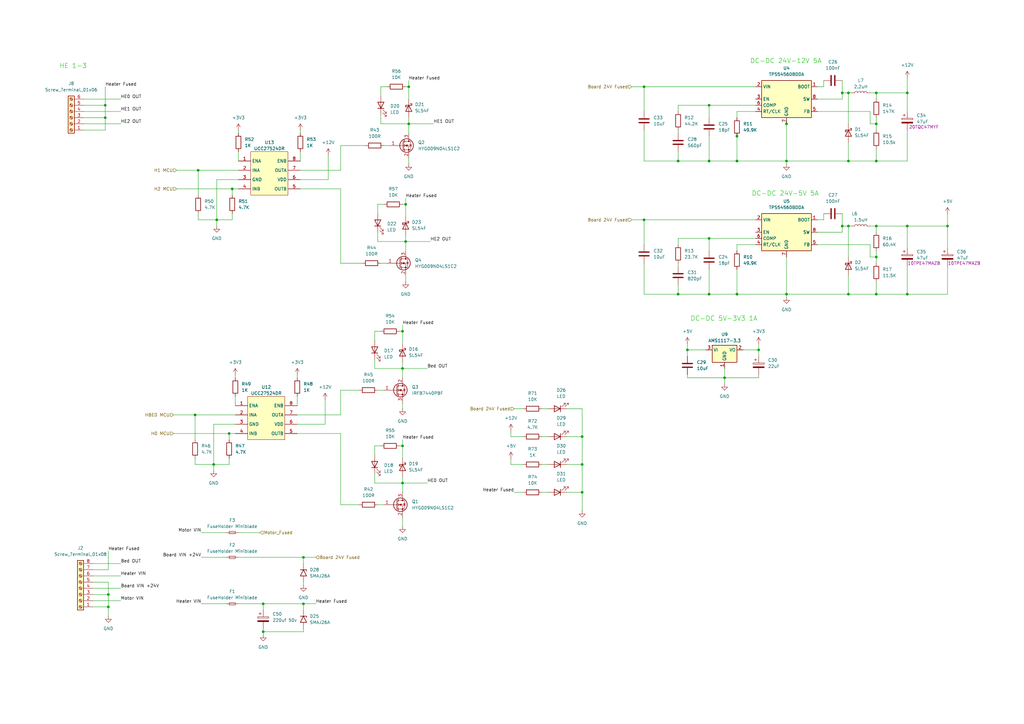
<source format=kicad_sch>
(kicad_sch (version 20231120) (generator "eeschema") (generator_version "8.0")
  (paper "A3")
  (junction (at 372.11 120.65))
  (junction (at 347.98 92.71))
  (junction (at 302.26 66.04))
  (junction (at 238.76 179.07))
  (junction (at 107.95 247.65))
  (junction (at 359.41 92.71))
  (junction (at 290.83 97.79))
  (junction (at 124.46 247.65))
  (junction (at 167.64 35.56))
  (junction (at 278.13 66.04))
  (junction (at 167.64 50.8))
  (junction (at 264.16 90.17))
  (junction (at 297.18 154.94))
  (junction (at 359.41 105.41))
  (junction (at 302.26 120.65))
  (junction (at 302.26 55.88))
  (junction (at 165.1 135.89))
  (junction (at 347.98 38.1))
  (junction (at 166.37 99.06))
  (junction (at 80.01 170.18))
  (junction (at 347.98 66.04))
  (junction (at 43.18 43.18))
  (junction (at 107.95 259.08))
  (junction (at 359.41 66.04))
  (junction (at 238.76 201.93))
  (junction (at 44.45 243.84))
  (junction (at 93.98 177.8))
  (junction (at 165.1 151.13))
  (junction (at 322.58 50.8))
  (junction (at 311.15 143.51))
  (junction (at 290.83 120.65))
  (junction (at 264.16 35.56))
  (junction (at 88.9 90.17))
  (junction (at 359.41 120.65))
  (junction (at 372.11 92.71))
  (junction (at 322.58 120.65))
  (junction (at 43.18 48.26))
  (junction (at 124.46 228.6))
  (junction (at 359.41 50.8))
  (junction (at 166.37 83.82))
  (junction (at 281.94 143.51))
  (junction (at 95.25 77.47))
  (junction (at 322.58 66.04))
  (junction (at 238.76 190.5))
  (junction (at 87.63 190.5))
  (junction (at 347.98 120.65))
  (junction (at 278.13 120.65))
  (junction (at 290.83 66.04))
  (junction (at 372.11 38.1))
  (junction (at 388.62 92.71))
  (junction (at 359.41 38.1))
  (junction (at 345.44 38.1))
  (junction (at 345.44 92.71))
  (junction (at 44.45 248.92))
  (junction (at 81.28 69.85))
  (junction (at 290.83 43.18))
  (junction (at 165.1 182.88))
  (junction (at 165.1 198.12))
  (wire (pts (xy 139.7 170.18) (xy 139.7 160.02)))
  (wire (pts (xy 154.94 99.06) (xy 166.37 99.06)))
  (wire (pts (xy 347.98 120.65) (xy 359.41 120.65)))
  (wire (pts (xy 347.98 38.1) (xy 347.98 50.8)))
  (wire (pts (xy 309.88 43.18) (xy 290.83 43.18)))
  (wire (pts (xy 290.83 55.88) (xy 290.83 66.04)))
  (wire (pts (xy 93.98 187.96) (xy 93.98 190.5)))
  (wire (pts (xy 302.26 100.33) (xy 302.26 102.87)))
  (wire (pts (xy 165.1 195.58) (xy 165.1 198.12)))
  (wire (pts (xy 96.52 162.56) (xy 96.52 166.37)))
  (wire (pts (xy 165.1 180.34) (xy 165.1 182.88)))
  (wire (pts (xy 153.67 147.32) (xy 153.67 151.13)))
  (wire (pts (xy 166.37 99.06) (xy 176.53 99.06)))
  (wire (pts (xy 165.1 151.13) (xy 175.26 151.13)))
  (wire (pts (xy 167.64 64.77) (xy 167.64 67.31)))
  (wire (pts (xy 154.94 87.63) (xy 154.94 83.82)))
  (wire (pts (xy 388.62 101.6) (xy 388.62 92.71)))
  (wire (pts (xy 139.7 69.85) (xy 139.7 59.69)))
  (wire (pts (xy 289.56 143.51) (xy 281.94 143.51)))
  (wire (pts (xy 139.7 77.47) (xy 139.7 107.95)))
  (wire (pts (xy 302.26 48.26) (xy 302.26 45.72)))
  (wire (pts (xy 97.79 73.66) (xy 88.9 73.66)))
  (wire (pts (xy 372.11 120.65) (xy 359.41 120.65)))
  (wire (pts (xy 34.29 45.72) (xy 49.53 45.72)))
  (wire (pts (xy 87.63 173.99) (xy 87.63 190.5)))
  (wire (pts (xy 309.88 97.79) (xy 290.83 97.79)))
  (wire (pts (xy 238.76 190.5) (xy 232.41 190.5)))
  (wire (pts (xy 167.64 50.8) (xy 167.64 54.61)))
  (wire (pts (xy 278.13 53.34) (xy 278.13 54.61)))
  (wire (pts (xy 297.18 154.94) (xy 311.15 154.94)))
  (wire (pts (xy 372.11 38.1) (xy 359.41 38.1)))
  (wire (pts (xy 290.83 120.65) (xy 302.26 120.65)))
  (wire (pts (xy 337.82 33.02) (xy 337.82 35.56)))
  (wire (pts (xy 124.46 259.08) (xy 107.95 259.08)))
  (wire (pts (xy 302.26 45.72) (xy 309.88 45.72)))
  (wire (pts (xy 264.16 35.56) (xy 309.88 35.56)))
  (wire (pts (xy 359.41 115.57) (xy 359.41 120.65)))
  (wire (pts (xy 359.41 50.8) (xy 359.41 53.34)))
  (wire (pts (xy 153.67 198.12) (xy 165.1 198.12)))
  (wire (pts (xy 72.39 77.47) (xy 95.25 77.47)))
  (wire (pts (xy 264.16 53.34) (xy 264.16 66.04)))
  (wire (pts (xy 38.1 243.84) (xy 44.45 243.84)))
  (wire (pts (xy 156.21 39.37) (xy 156.21 35.56)))
  (wire (pts (xy 264.16 66.04) (xy 278.13 66.04)))
  (wire (pts (xy 166.37 81.28) (xy 166.37 83.82)))
  (wire (pts (xy 167.64 33.02) (xy 167.64 35.56)))
  (wire (pts (xy 388.62 87.63) (xy 388.62 92.71)))
  (wire (pts (xy 345.44 87.63) (xy 345.44 92.71)))
  (wire (pts (xy 123.19 53.34) (xy 123.19 54.61)))
  (wire (pts (xy 38.1 246.38) (xy 49.53 246.38)))
  (wire (pts (xy 72.39 69.85) (xy 81.28 69.85)))
  (wire (pts (xy 163.83 182.88) (xy 165.1 182.88)))
  (wire (pts (xy 156.21 107.95) (xy 158.75 107.95)))
  (wire (pts (xy 372.11 92.71) (xy 359.41 92.71)))
  (wire (pts (xy 290.83 110.49) (xy 290.83 120.65)))
  (wire (pts (xy 347.98 66.04) (xy 322.58 66.04)))
  (wire (pts (xy 97.79 247.65) (xy 107.95 247.65)))
  (wire (pts (xy 96.52 153.67) (xy 96.52 154.94)))
  (wire (pts (xy 311.15 153.67) (xy 311.15 154.94)))
  (wire (pts (xy 238.76 209.55) (xy 238.76 201.93)))
  (wire (pts (xy 259.08 35.56) (xy 264.16 35.56)))
  (wire (pts (xy 124.46 228.6) (xy 124.46 231.14)))
  (wire (pts (xy 157.48 59.69) (xy 160.02 59.69)))
  (wire (pts (xy 123.19 73.66) (xy 134.62 73.66)))
  (wire (pts (xy 96.52 177.8) (xy 93.98 177.8)))
  (wire (pts (xy 302.26 120.65) (xy 322.58 120.65)))
  (wire (pts (xy 209.55 187.96) (xy 209.55 190.5)))
  (wire (pts (xy 281.94 143.51) (xy 281.94 140.97)))
  (wire (pts (xy 81.28 90.17) (xy 88.9 90.17)))
  (wire (pts (xy 290.83 66.04) (xy 302.26 66.04)))
  (wire (pts (xy 311.15 140.97) (xy 311.15 143.51)))
  (wire (pts (xy 359.41 40.64) (xy 359.41 38.1)))
  (wire (pts (xy 96.52 173.99) (xy 87.63 173.99)))
  (wire (pts (xy 222.25 190.5) (xy 224.79 190.5)))
  (wire (pts (xy 165.1 198.12) (xy 165.1 201.93)))
  (wire (pts (xy 44.45 233.68) (xy 44.45 226.06)))
  (wire (pts (xy 107.95 257.81) (xy 107.95 259.08)))
  (wire (pts (xy 278.13 116.84) (xy 278.13 120.65)))
  (wire (pts (xy 165.1 133.35) (xy 165.1 135.89)))
  (wire (pts (xy 335.28 45.72) (xy 356.87 45.72)))
  (wire (pts (xy 264.16 100.33) (xy 264.16 90.17)))
  (wire (pts (xy 165.1 148.59) (xy 165.1 151.13)))
  (wire (pts (xy 107.95 259.08) (xy 107.95 260.35)))
  (wire (pts (xy 95.25 77.47) (xy 95.25 80.01)))
  (wire (pts (xy 123.19 77.47) (xy 139.7 77.47)))
  (wire (pts (xy 356.87 50.8) (xy 359.41 50.8)))
  (wire (pts (xy 347.98 38.1) (xy 349.25 38.1)))
  (wire (pts (xy 121.92 173.99) (xy 133.35 173.99)))
  (wire (pts (xy 278.13 66.04) (xy 290.83 66.04)))
  (wire (pts (xy 359.41 102.87) (xy 359.41 105.41)))
  (wire (pts (xy 356.87 92.71) (xy 359.41 92.71)))
  (wire (pts (xy 322.58 49.53) (xy 322.58 50.8)))
  (wire (pts (xy 311.15 143.51) (xy 304.8 143.51)))
  (wire (pts (xy 278.13 97.79) (xy 290.83 97.79)))
  (wire (pts (xy 238.76 167.64) (xy 232.41 167.64)))
  (wire (pts (xy 165.1 212.09) (xy 165.1 215.9)))
  (wire (pts (xy 88.9 73.66) (xy 88.9 90.17)))
  (wire (pts (xy 356.87 45.72) (xy 356.87 50.8)))
  (wire (pts (xy 278.13 43.18) (xy 278.13 45.72)))
  (wire (pts (xy 80.01 187.96) (xy 80.01 190.5)))
  (wire (pts (xy 278.13 107.95) (xy 278.13 109.22)))
  (wire (pts (xy 95.25 90.17) (xy 88.9 90.17)))
  (wire (pts (xy 281.94 143.51) (xy 281.94 146.05)))
  (wire (pts (xy 44.45 238.76) (xy 44.45 243.84)))
  (wire (pts (xy 154.94 95.25) (xy 154.94 99.06)))
  (wire (pts (xy 297.18 151.13) (xy 297.18 154.94)))
  (wire (pts (xy 337.82 87.63) (xy 337.82 90.17)))
  (wire (pts (xy 93.98 177.8) (xy 93.98 180.34)))
  (wire (pts (xy 278.13 100.33) (xy 278.13 97.79)))
  (wire (pts (xy 281.94 154.94) (xy 297.18 154.94)))
  (wire (pts (xy 388.62 109.22) (xy 388.62 120.65)))
  (wire (pts (xy 165.1 83.82) (xy 166.37 83.82)))
  (wire (pts (xy 165.1 165.1) (xy 165.1 167.64)))
  (wire (pts (xy 322.58 105.41) (xy 322.58 120.65)))
  (wire (pts (xy 210.82 201.93) (xy 214.63 201.93)))
  (wire (pts (xy 38.1 233.68) (xy 44.45 233.68)))
  (wire (pts (xy 322.58 50.8) (xy 322.58 66.04)))
  (wire (pts (xy 359.41 95.25) (xy 359.41 92.71)))
  (wire (pts (xy 359.41 105.41) (xy 359.41 107.95)))
  (wire (pts (xy 153.67 182.88) (xy 156.21 182.88)))
  (wire (pts (xy 153.67 194.31) (xy 153.67 198.12)))
  (wire (pts (xy 372.11 31.75) (xy 372.11 38.1)))
  (wire (pts (xy 311.15 146.05) (xy 311.15 143.51)))
  (wire (pts (xy 121.92 153.67) (xy 121.92 154.94)))
  (wire (pts (xy 34.29 48.26) (xy 43.18 48.26)))
  (wire (pts (xy 124.46 250.19) (xy 124.46 247.65)))
  (wire (pts (xy 165.1 151.13) (xy 165.1 154.94)))
  (wire (pts (xy 124.46 257.81) (xy 124.46 259.08)))
  (wire (pts (xy 349.25 92.71) (xy 347.98 92.71)))
  (wire (pts (xy 38.1 241.3) (xy 49.53 241.3)))
  (wire (pts (xy 347.98 113.03) (xy 347.98 120.65)))
  (wire (pts (xy 153.67 135.89) (xy 156.21 135.89)))
  (wire (pts (xy 238.76 201.93) (xy 232.41 201.93)))
  (wire (pts (xy 95.25 87.63) (xy 95.25 90.17)))
  (wire (pts (xy 38.1 238.76) (xy 44.45 238.76)))
  (wire (pts (xy 80.01 170.18) (xy 96.52 170.18)))
  (wire (pts (xy 121.92 170.18) (xy 139.7 170.18)))
  (wire (pts (xy 154.94 160.02) (xy 157.48 160.02)))
  (wire (pts (xy 97.79 228.6) (xy 124.46 228.6)))
  (wire (pts (xy 209.55 176.53) (xy 209.55 179.07)))
  (wire (pts (xy 167.64 48.26) (xy 167.64 50.8)))
  (wire (pts (xy 167.64 35.56) (xy 167.64 40.64)))
  (wire (pts (xy 337.82 90.17) (xy 335.28 90.17)))
  (wire (pts (xy 139.7 107.95) (xy 148.59 107.95)))
  (wire (pts (xy 71.12 177.8) (xy 93.98 177.8)))
  (wire (pts (xy 335.28 100.33) (xy 356.87 100.33)))
  (wire (pts (xy 345.44 33.02) (xy 345.44 38.1)))
  (wire (pts (xy 124.46 247.65) (xy 129.54 247.65)))
  (wire (pts (xy 166.37 96.52) (xy 166.37 99.06)))
  (wire (pts (xy 302.26 55.88) (xy 302.26 66.04)))
  (wire (pts (xy 165.1 198.12) (xy 175.26 198.12)))
  (wire (pts (xy 322.58 66.04) (xy 322.58 67.31)))
  (wire (pts (xy 359.41 60.96) (xy 359.41 66.04)))
  (wire (pts (xy 359.41 38.1) (xy 356.87 38.1)))
  (wire (pts (xy 347.98 92.71) (xy 347.98 105.41)))
  (wire (pts (xy 388.62 120.65) (xy 372.11 120.65)))
  (wire (pts (xy 222.25 179.07) (xy 224.79 179.07)))
  (wire (pts (xy 322.58 120.65) (xy 322.58 121.92)))
  (wire (pts (xy 133.35 173.99) (xy 133.35 163.83)))
  (wire (pts (xy 210.82 167.64) (xy 214.63 167.64)))
  (wire (pts (xy 264.16 107.95) (xy 264.16 120.65)))
  (wire (pts (xy 134.62 73.66) (xy 134.62 63.5)))
  (wire (pts (xy 259.08 90.17) (xy 264.16 90.17)))
  (wire (pts (xy 238.76 179.07) (xy 232.41 179.07)))
  (wire (pts (xy 302.26 110.49) (xy 302.26 120.65)))
  (wire (pts (xy 123.19 69.85) (xy 139.7 69.85)))
  (wire (pts (xy 166.37 113.03) (xy 166.37 115.57)))
  (wire (pts (xy 302.26 54.61) (xy 302.26 55.88)))
  (wire (pts (xy 97.79 77.47) (xy 95.25 77.47)))
  (wire (pts (xy 163.83 135.89) (xy 165.1 135.89)))
  (wire (pts (xy 166.37 35.56) (xy 167.64 35.56)))
  (wire (pts (xy 87.63 190.5) (xy 87.63 193.04)))
  (wire (pts (xy 281.94 153.67) (xy 281.94 154.94)))
  (wire (pts (xy 153.67 186.69) (xy 153.67 182.88)))
  (wire (pts (xy 82.55 247.65) (xy 92.71 247.65)))
  (wire (pts (xy 359.41 48.26) (xy 359.41 50.8)))
  (wire (pts (xy 238.76 190.5) (xy 238.76 179.07)))
  (wire (pts (xy 44.45 243.84) (xy 44.45 248.92)))
  (wire (pts (xy 156.21 35.56) (xy 158.75 35.56)))
  (wire (pts (xy 302.26 66.04) (xy 322.58 66.04)))
  (wire (pts (xy 165.1 182.88) (xy 165.1 187.96)))
  (wire (pts (xy 153.67 151.13) (xy 165.1 151.13)))
  (wire (pts (xy 372.11 45.72) (xy 372.11 38.1)))
  (wire (pts (xy 97.79 53.34) (xy 97.79 54.61)))
  (wire (pts (xy 356.87 100.33) (xy 356.87 105.41)))
  (wire (pts (xy 82.55 228.6) (xy 92.71 228.6)))
  (wire (pts (xy 43.18 43.18) (xy 34.29 43.18)))
  (wire (pts (xy 154.94 83.82) (xy 157.48 83.82)))
  (wire (pts (xy 81.28 80.01) (xy 81.28 69.85)))
  (wire (pts (xy 82.55 218.44) (xy 92.71 218.44)))
  (wire (pts (xy 107.95 247.65) (xy 107.95 250.19)))
  (wire (pts (xy 81.28 87.63) (xy 81.28 90.17)))
  (wire (pts (xy 337.82 35.56) (xy 335.28 35.56)))
  (wire (pts (xy 139.7 160.02) (xy 147.32 160.02)))
  (wire (pts (xy 139.7 207.01) (xy 147.32 207.01)))
  (wire (pts (xy 121.92 177.8) (xy 139.7 177.8)))
  (wire (pts (xy 81.28 69.85) (xy 97.79 69.85)))
  (wire (pts (xy 264.16 90.17) (xy 309.88 90.17)))
  (wire (pts (xy 97.79 218.44) (xy 106.68 218.44)))
  (wire (pts (xy 43.18 48.26) (xy 43.18 43.18)))
  (wire (pts (xy 345.44 95.25) (xy 345.44 92.71)))
  (wire (pts (xy 209.55 179.07) (xy 214.63 179.07)))
  (wire (pts (xy 139.7 177.8) (xy 139.7 207.01)))
  (wire (pts (xy 345.44 92.71) (xy 347.98 92.71)))
  (wire (pts (xy 38.1 248.92) (xy 44.45 248.92)))
  (wire (pts (xy 372.11 53.34) (xy 372.11 66.04)))
  (wire (pts (xy 356.87 105.41) (xy 359.41 105.41)))
  (wire (pts (xy 97.79 62.23) (xy 97.79 66.04)))
  (wire (pts (xy 43.18 53.34) (xy 43.18 48.26)))
  (wire (pts (xy 238.76 179.07) (xy 238.76 167.64)))
  (wire (pts (xy 124.46 228.6) (xy 129.54 228.6)))
  (wire (pts (xy 121.92 162.56) (xy 121.92 166.37)))
  (wire (pts (xy 347.98 58.42) (xy 347.98 66.04)))
  (wire (pts (xy 359.41 66.04) (xy 347.98 66.04)))
  (wire (pts (xy 222.25 167.64) (xy 224.79 167.64)))
  (wire (pts (xy 123.19 62.23) (xy 123.19 66.04)))
  (wire (pts (xy 322.58 120.65) (xy 347.98 120.65)))
  (wire (pts (xy 38.1 231.14) (xy 49.53 231.14)))
  (wire (pts (xy 156.21 50.8) (xy 167.64 50.8)))
  (wire (pts (xy 43.18 35.56) (xy 43.18 43.18)))
  (wire (pts (xy 34.29 50.8) (xy 49.53 50.8)))
  (wire (pts (xy 290.83 97.79) (xy 290.83 102.87)))
  (wire (pts (xy 278.13 43.18) (xy 290.83 43.18)))
  (wire (pts (xy 71.12 170.18) (xy 80.01 170.18)))
  (wire (pts (xy 372.11 109.22) (xy 372.11 120.65)))
  (wire (pts (xy 44.45 252.73) (xy 44.45 248.92)))
  (wire (pts (xy 34.29 53.34) (xy 43.18 53.34)))
  (wire (pts (xy 167.64 50.8) (xy 177.8 50.8)))
  (wire (pts (xy 88.9 90.17) (xy 88.9 92.71)))
  (wire (pts (xy 335.28 95.25) (xy 345.44 95.25)))
  (wire (pts (xy 124.46 238.76) (xy 124.46 240.03)))
  (wire (pts (xy 80.01 190.5) (xy 87.63 190.5)))
  (wire (pts (xy 264.16 45.72) (xy 264.16 35.56)))
  (wire (pts (xy 209.55 190.5) (xy 214.63 190.5)))
  (wire (pts (xy 156.21 46.99) (xy 156.21 50.8)))
  (wire (pts (xy 345.44 40.64) (xy 345.44 38.1)))
  (wire (pts (xy 290.83 43.18) (xy 290.83 48.26)))
  (wire (pts (xy 139.7 59.69) (xy 149.86 59.69)))
  (wire (pts (xy 278.13 62.23) (xy 278.13 66.04)))
  (wire (pts (xy 372.11 66.04) (xy 359.41 66.04)))
  (wire (pts (xy 165.1 135.89) (xy 165.1 140.97)))
  (wire (pts (xy 154.94 207.01) (xy 157.48 207.01)))
  (wire (pts (xy 166.37 83.82) (xy 166.37 88.9)))
  (wire (pts (xy 238.76 201.93) (xy 238.76 190.5)))
  (wire (pts (xy 388.62 92.71) (xy 372.11 92.71)))
  (wire (pts (xy 222.25 201.93) (xy 224.79 201.93)))
  (wire (pts (xy 38.1 236.22) (xy 49.53 236.22)))
  (wire (pts (xy 264.16 120.65) (xy 278.13 120.65)))
  (wire (pts (xy 372.11 101.6) (xy 372.11 92.71)))
  (wire (pts (xy 107.95 247.65) (xy 124.46 247.65)))
  (wire (pts (xy 80.01 180.34) (xy 80.01 170.18)))
  (wire (pts (xy 297.18 154.94) (xy 297.18 157.48)))
  (wire (pts (xy 309.88 100.33) (xy 302.26 100.33)))
  (wire (pts (xy 278.13 120.65) (xy 290.83 120.65)))
  (wire (pts (xy 153.67 139.7) (xy 153.67 135.89)))
  (wire (pts (xy 345.44 38.1) (xy 347.98 38.1)))
  (wire (pts (xy 335.28 40.64) (xy 345.44 40.64)))
  (wire (pts (xy 166.37 99.06) (xy 166.37 102.87)))
  (wire (pts (xy 93.98 190.5) (xy 87.63 190.5)))
  (wire (pts (xy 34.29 40.64) (xy 49.53 40.64)))
  (text "HE 1-3" (at 29.972 27.178 0) (effects (font (size 1.905 1.905))))
  (text "DC-DC 24V-5V 5A" (at 322.072 79.502 0) (effects (font (size 1.905 1.905))))
  (text "DC-DC 24V-12V 5A" (at 322.326 25.146 0) (effects (font (size 1.905 1.905))))
  (text "DC-DC 5V-3V3 1A" (at 296.926 130.81 0) (effects (font (size 1.905 1.905))))
  (label "HE2 OUT" (at 49.53 50.8 0))
  (label "HE1 OUT" (at 177.8 50.8 0))
  (label "Bed OUT" (at 175.26 151.13 0))
  (label "Heater VIN" (at 82.55 247.65 180))
  (label "Heater VIN" (at 49.53 236.22 0))
  (label "Bed OUT" (at 49.53 231.14 0))
  (label "Motor VIN" (at 82.55 218.44 180))
  (label "HE0 OUT" (at 175.26 198.12 0))
  (label "Heater Fused" (at 210.82 201.93 180))
  (label "Heater Fused" (at 167.64 33.02 0))
  (label "Heater Fused" (at 165.1 180.34 0))
  (label "HE1 OUT" (at 49.53 45.72 0))
  (label "Board VIN +24V" (at 82.55 228.6 180))
  (label "Board VIN +24V" (at 49.53 241.3 0))
  (label "HE2 OUT" (at 176.53 99.06 0))
  (label "Motor VIN" (at 49.53 246.38 0))
  (label "Heater Fused" (at 165.1 133.35 0))
  (label "Heater Fused" (at 129.54 247.65 0))
  (label "Heater Fused" (at 166.37 81.28 0))
  (label "Heater Fused" (at 43.18 35.56 0))
  (label "Heater Fused" (at 44.45 226.06 0))
  (label "HE0 OUT" (at 49.53 40.64 0))
  (hierarchical_label "H0 MCU" (shape input) (at 71.12 177.8 180))
  (hierarchical_label "HBED MCU" (shape input) (at 71.12 170.18 180))
  (hierarchical_label "Board 24V Fused" (shape input) (at 259.08 90.17 180))
  (hierarchical_label "Motor_Fused" (shape input) (at 106.68 218.44 0))
  (hierarchical_label "H1 MCU" (shape input) (at 72.39 69.85 180))
  (hierarchical_label "Board 24V Fused" (shape input) (at 259.08 35.56 180))
  (hierarchical_label "Board 24V Fused" (shape input) (at 129.54 228.6 0))
  (hierarchical_label "Board 24V Fused" (shape input) (at 210.82 167.64 180))
  (hierarchical_label "H2 MCU" (shape input) (at 72.39 77.47 180))
  (symbol (lib_id "Device:R") (at 218.44 167.64 90) (unit 1)
    (property "Reference" "R71" (at 218.44 161.29 90))
    (property "Value" "10K" (at 218.44 163.83 90))
    (property "Footprint" "Resistor_SMD:R_0603_1608Metric_Pad0.98x0.95mm_HandSolder" (effects (hide yes)))
    (property "Description" "Resistor" (effects (hide yes)))
  )
  (symbol (lib_id "Device:D_Schottky") (at 347.98 109.22 270) (unit 1)
    (property "Reference" "D2" (at 350.52 107.6324 90) (effects (justify left)))
    (property "Value" "SL54F" (at 350.52 110.1724 90) (effects (justify left)))
    (property "Footprint" "Diode_SMD:D_SMA" (effects (hide yes)))
    (property "Datasheet" "https://www.lcsc.com/datasheet/lcsc_datasheet_2308231014_MDD-Microdiode-Semiconductor-SL54F_C113939.pdf" (effects (hide yes)))
    (property "Description" "Schottky diode" (effects (hide yes)))
    (property "LCSC" "C113939" (effects (hide yes)))
  )
  (symbol (lib_id "Device:R") (at 278.13 104.14 0) (unit 1)
    (property "Reference" "R13" (at 280.67 102.8699 0) (effects (justify left)))
    (property "Value" "23.7K" (at 280.67 105.4099 0) (effects (justify left)))
    (property "Footprint" "Resistor_SMD:R_0603_1608Metric" (effects (hide yes)))
    (property "Description" "Resistor" (effects (hide yes)))
    (property "LCSC" "C22912" (effects (hide yes)))
  )
  (symbol (lib_id "Connector:Screw_Terminal_01x08") (at 33.02 241.3 180) (unit 1)
    (property "Reference" "J2" (at 33.02 224.79 0))
    (property "Value" "Screw_Terminal_01x08" (at 33.02 227.33 0))
    (property "Footprint" "Connectors:TerminalBlock_01x08_P9.5mm" (effects (hide yes)))
    (property "Description" "Generic screw terminal, single row, 01x08, script generated (kicad-library-utils/schlib/autogen/connector/)" (effects (hide yes)))
  )
  (symbol (lib_id "power:GND") (at 165.1 167.64 0) (unit 1)
    (property "Reference" "#PWR0105" (effects (hide yes)))
    (property "Value" "GND" (at 165.1 172.72 0))
    (property "Description" "Power symbol creates a global label with name \"GND\" , ground" (effects (hide yes)))
  )
  (symbol (lib_id "Device:R") (at 123.19 58.42 0) (unit 1)
    (property "Reference" "R53" (at 125.73 57.1499 0) (effects (justify left)))
    (property "Value" "1K" (at 125.73 59.6899 0) (effects (justify left)))
    (property "Footprint" "Resistor_SMD:R_0603_1608Metric" (effects (hide yes)))
    (property "Description" "Resistor" (effects (hide yes)))
  )
  (symbol (lib_id "power:+5V") (at 209.55 187.96 0) (unit 1)
    (property "Reference" "#PWR0150" (effects (hide yes)))
    (property "Value" "+5V" (at 209.55 182.88 0))
    (property "Description" "Power symbol creates a global label with name \"+5V\"" (effects (hide yes)))
  )
  (symbol (lib_id "Device:Fuse_Small") (at 95.25 218.44 0) (unit 1)
    (property "Reference" "F3" (at 95.25 213.36 0))
    (property "Value" "FuseHolder Miniblade" (at 95.25 215.9 0))
    (property "Footprint" "Fuse:Fuseholder_Blade_Mini_Keystone_3568" (effects (hide yes)))
    (property "Description" "Fuse, small symbol" (effects (hide yes)))
  )
  (symbol (lib_id "Device:C") (at 264.16 104.14 0) (unit 1)
    (property "Reference" "C32" (at 267.97 102.8699 0) (effects (justify left)))
    (property "Value" "10uF" (at 267.97 105.4099 0) (effects (justify left)))
    (property "Footprint" "Capacitor_SMD:C_1206_3216Metric" (effects (hide yes)))
    (property "Description" "Unpolarized capacitor" (effects (hide yes)))
    (property "LCSC" "C13585" (effects (hide yes)))
  )
  (symbol (lib_id "power:+3V3") (at 97.79 53.34 0) (unit 1)
    (property "Reference" "#PWR0111" (effects (hide yes)))
    (property "Value" "+3V3" (at 97.79 48.26 0))
    (property "Description" "Power symbol creates a global label with name \"+3V3\"" (effects (hide yes)))
  )
  (symbol (lib_id "Device:R") (at 160.02 182.88 90) (unit 1)
    (property "Reference" "R55" (at 160.02 176.53 90))
    (property "Value" "10K" (at 160.02 179.07 90))
    (property "Footprint" "Resistor_SMD:R_0603_1608Metric" (effects (hide yes)))
    (property "Description" "Resistor" (effects (hide yes)))
  )
  (symbol (lib_id "Device:D_Schottky") (at 347.98 54.61 270) (unit 1)
    (property "Reference" "D1" (at 350.52 53.0224 90) (effects (justify left)))
    (property "Value" "SL54F" (at 350.52 55.5624 90) (effects (justify left)))
    (property "Footprint" "Diode_SMD:D_SMA" (effects (hide yes)))
    (property "Datasheet" "https://www.lcsc.com/datasheet/lcsc_datasheet_2308231014_MDD-Microdiode-Semiconductor-SL54F_C113939.pdf" (effects (hide yes)))
    (property "Description" "Schottky diode" (effects (hide yes)))
    (property "LCSC" "C113939" (effects (hide yes)))
  )
  (symbol (lib_id "Diode:SMAJ26A") (at 124.46 254 270) (unit 1)
    (property "Reference" "D25" (at 127 252.7299 90) (effects (justify left)))
    (property "Value" "SMAJ26A" (at 127 255.2699 90) (effects (justify left)))
    (property "Footprint" "Diode_SMD:D_SMA" (effects (hide yes)))
    (property "Datasheet" "https://www.littelfuse.com/media?resourcetype=datasheets&itemid=75e32973-b177-4ee3-a0ff-cedaf1abdb93&filename=smaj-datasheet" (effects (hide yes)))
    (property "Description" "400W unidirectional Transient Voltage Suppressor, 26.0Vr, SMA(DO-214AC)" (effects (hide yes)))
  )
  (symbol (lib_id "Device:LED") (at 156.21 43.18 90) (unit 1)
    (property "Reference" "D20" (at 160.02 43.4974 90) (effects (justify right)))
    (property "Value" "LED" (at 160.02 46.0374 90) (effects (justify right)))
    (property "Footprint" "LED_SMD:LED_0603_1608Metric" (effects (hide yes)))
    (property "Description" "XL-1608SURC-06 Red Light emitting diode" (effects (hide yes)))
    (property "LCSC" "C965799" (effects (hide yes)))
  )
  (symbol (lib_id "Device:R") (at 359.41 57.15 0) (unit 1)
    (property "Reference" "R15" (at 361.95 55.8799 0) (effects (justify left)))
    (property "Value" "10.5k" (at 361.95 58.4199 0) (effects (justify left)))
    (property "Footprint" "Resistor_SMD:R_0603_1608Metric" (effects (hide yes)))
    (property "Description" "Resistor" (effects (hide yes)))
    (property "LCSC" "C2933127" (effects (hide yes)))
  )
  (symbol (lib_id "Device:R") (at 162.56 35.56 90) (unit 1)
    (property "Reference" "R56" (at 162.56 29.21 90))
    (property "Value" "10K" (at 162.56 31.75 90))
    (property "Footprint" "Resistor_SMD:R_0603_1608Metric" (effects (hide yes)))
    (property "Description" "Resistor" (effects (hide yes)))
  )
  (symbol (lib_id "power:GND") (at 238.76 209.55 0) (unit 1)
    (property "Reference" "#PWR0148" (effects (hide yes)))
    (property "Value" "GND" (at 238.76 214.63 0))
    (property "Description" "Power symbol creates a global label with name \"GND\" , ground" (effects (hide yes)))
  )
  (symbol (lib_id "power:GND") (at 297.18 157.48 0) (unit 1)
    (property "Reference" "#PWR024" (effects (hide yes)))
    (property "Value" "GND" (at 297.18 162.56 0))
    (property "Description" "Power symbol creates a global label with name \"GND\" , ground" (effects (hide yes)))
  )
  (symbol (lib_id "GateDriver:UCC27524DR") (at 109.22 170.18 0) (unit 1)
    (property "Reference" "U12" (at 109.22 158.75 0))
    (property "Value" "UCC27524DR" (at 109.22 161.29 0))
    (property "Footprint" "Package_SO:SOIC-8_3.9x4.9mm_P1.27mm" (effects (hide yes)))
  )
  (symbol (lib_id "Device:C_Polarized") (at 311.15 149.86 0) (unit 1)
    (property "Reference" "C30" (at 314.96 147.7009 0) (effects (justify left)))
    (property "Value" "22uF" (at 314.96 150.2409 0) (effects (justify left)))
    (property "Footprint" "Capacitor_Tantalum_SMD:CP_EIA-3216-18_Kemet-A" (effects (hide yes)))
    (property "Description" "Polarized capacitor" (effects (hide yes)))
  )
  (symbol (lib_id "Device:R") (at 359.41 111.76 0) (unit 1)
    (property "Reference" "R17" (at 361.95 110.4899 0) (effects (justify left)))
    (property "Value" "11.5K" (at 361.95 113.0299 0) (effects (justify left)))
    (property "Footprint" "Resistor_SMD:R_0603_1608Metric" (effects (hide yes)))
    (property "Description" "Resistor" (effects (hide yes)))
    (property "LCSC" "C2930057" (effects (hide yes)))
  )
  (symbol (lib_id "Device:R") (at 96.52 158.75 0) (unit 1)
    (property "Reference" "R49" (at 99.06 157.4799 0) (effects (justify left)))
    (property "Value" "1K" (at 99.06 160.0199 0) (effects (justify left)))
    (property "Footprint" "Resistor_SMD:R_0603_1608Metric" (effects (hide yes)))
    (property "Description" "Resistor" (effects (hide yes)))
  )
  (symbol (lib_id "power:+3V3") (at 96.52 153.67 0) (unit 1)
    (property "Reference" "#PWR0108" (effects (hide yes)))
    (property "Value" "+3V3" (at 96.52 148.59 0))
    (property "Description" "Power symbol creates a global label with name \"+3V3\"" (effects (hide yes)))
  )
  (symbol (lib_id "Device:C_Polarized") (at 372.11 49.53 0) (unit 1)
    (property "Reference" "C34" (at 375.92 47.3709 0) (effects (justify left)))
    (property "Value" "47uF" (at 375.92 49.9109 0) (effects (justify left)))
    (property "Footprint" "Capacitor_Tantalum_SMD:CP_EIA-7343-31_Kemet-D" (effects (hide yes)))
    (property "Datasheet" "https://www.lcsc.com/datasheet/lcsc_datasheet_2207041845_PANASONIC-16TQC47MW_C427177.pdf" (effects (hide yes)))
    (property "Description" "Polarized capacitor" (effects (hide yes)))
    (property "LCSC" "C147771" (effects (hide yes)))
    (property "Field6" "20TQC47MYF" (at 378.968 52.07 0))
  )
  (symbol (lib_id "power:GND") (at 322.58 67.31 0) (unit 1)
    (property "Reference" "#PWR022" (effects (hide yes)))
    (property "Value" "GND" (at 322.58 72.39 0))
    (property "Description" "Power symbol creates a global label with name \"GND\" , ground" (effects (hide yes)))
  )
  (symbol (lib_id "Device:R") (at 93.98 184.15 0) (unit 1)
    (property "Reference" "R47" (at 96.52 182.8799 0) (effects (justify left)))
    (property "Value" "4.7K" (at 96.52 185.4199 0) (effects (justify left)))
    (property "Footprint" "Resistor_SMD:R_0603_1608Metric" (effects (hide yes)))
    (property "Description" "Resistor" (effects (hide yes)))
  )
  (symbol (lib_id "power:+12V") (at 133.35 163.83 0) (unit 1)
    (property "Reference" "#PWR0106" (effects (hide yes)))
    (property "Value" "+12V" (at 133.35 158.75 0))
    (property "Description" "Power symbol creates a global label with name \"+12V\"" (effects (hide yes)))
  )
  (symbol (lib_id "Device:C") (at 264.16 49.53 0) (unit 1)
    (property "Reference" "C33" (at 267.97 48.2599 0) (effects (justify left)))
    (property "Value" "10uF" (at 267.97 50.7999 0) (effects (justify left)))
    (property "Footprint" "Capacitor_SMD:C_1206_3216Metric" (effects (hide yes)))
    (property "Description" "Unpolarized capacitor" (effects (hide yes)))
    (property "LCSC" "C13585" (effects (hide yes)))
  )
  (symbol (lib_id "power:+12V") (at 209.55 176.53 0) (unit 1)
    (property "Reference" "#PWR0149" (effects (hide yes)))
    (property "Value" "+12V" (at 209.55 171.45 0))
    (property "Description" "Power symbol creates a global label with name \"+12V\"" (effects (hide yes)))
  )
  (symbol (lib_id "Device:LED") (at 228.6 167.64 180) (unit 1)
    (property "Reference" "D26" (at 230.1875 160.02 0))
    (property "Value" "LED" (at 230.1875 162.56 0))
    (property "Footprint" "LED_SMD:LED_0603_1608Metric" (effects (hide yes)))
    (property "Description" "XL-1608UBC-04 Blue Light emitting diode" (effects (hide yes)))
    (property "LCSC" "C965807" (effects (hide yes)))
  )
  (symbol (lib_id "Device:R") (at 95.25 83.82 0) (unit 1)
    (property "Reference" "R51" (at 97.79 82.5499 0) (effects (justify left)))
    (property "Value" "4.7K" (at 97.79 85.0899 0) (effects (justify left)))
    (property "Footprint" "Resistor_SMD:R_0603_1608Metric" (effects (hide yes)))
    (property "Description" "Resistor" (effects (hide yes)))
  )
  (symbol (lib_id "Device:C") (at 341.63 87.63 90) (unit 1)
    (property "Reference" "C27" (at 341.63 80.01 90))
    (property "Value" "100nF" (at 341.63 82.55 90))
    (property "Footprint" "Capacitor_SMD:C_0603_1608Metric" (effects (hide yes)))
    (property "Description" "Unpolarized capacitor" (effects (hide yes)))
  )
  (symbol (lib_id "Device:Q_NMOS_GSD") (at 165.1 59.69 0) (unit 1)
    (property "Reference" "Q2" (at 171.45 58.4199 0) (effects (justify left)))
    (property "Value" "HYG009N04LS1C2" (at 171.45 60.9599 0) (effects (justify left)))
    (property "Footprint" "Mosfet:PowerPAK_SO-8_Single" (effects (hide yes)))
    (property "Description" "N-MOSFET transistor, gate/source/drain" (effects (hide yes)))
  )
  (symbol (lib_id "Device:C_Polarized") (at 107.95 254 0) (unit 1)
    (property "Reference" "C50" (at 111.76 251.8409 0) (effects (justify left)))
    (property "Value" "220uf 50v" (at 111.76 254.3809 0) (effects (justify left)))
    (property "Footprint" "Capacitor_SMD:CP_Elec_10x10" (effects (hide yes)))
    (property "Description" "Polarized capacitor" (effects (hide yes)))
  )
  (symbol (lib_id "power:GND") (at 322.58 121.92 0) (unit 1)
    (property "Reference" "#PWR026" (effects (hide yes)))
    (property "Value" "GND" (at 322.58 127 0))
    (property "Description" "Power symbol creates a global label with name \"GND\" , ground" (effects (hide yes)))
  )
  (symbol (lib_id "Device:R") (at 302.26 106.68 0) (unit 1)
    (property "Reference" "R10" (at 304.8 105.4099 0) (effects (justify left)))
    (property "Value" "49.9K" (at 304.8 107.9499 0) (effects (justify left)))
    (property "Footprint" "Resistor_SMD:R_0603_1608Metric" (effects (hide yes)))
    (property "Description" "Resistor" (effects (hide yes)))
    (property "LCSC" "C23184" (effects (hide yes)))
  )
  (symbol (lib_id "Device:R") (at 160.02 135.89 90) (unit 1)
    (property "Reference" "R54" (at 160.02 129.54 90))
    (property "Value" "10K" (at 160.02 132.08 90))
    (property "Footprint" "Resistor_SMD:R_0603_1608Metric" (effects (hide yes)))
    (property "Description" "Resistor" (effects (hide yes)))
  )
  (symbol (lib_id "Device:D_Schottky") (at 166.37 92.71 270) (unit 1)
    (property "Reference" "D23" (at 168.91 91.1224 90) (effects (justify left)))
    (property "Value" "SL54F" (at 168.91 93.6624 90) (effects (justify left)))
    (property "Footprint" "Diode_SMD:D_SMA" (effects (hide yes)))
    (property "Datasheet" "https://www.lcsc.com/datasheet/lcsc_datasheet_2308231014_MDD-Microdiode-Semiconductor-SL54F_C113939.pdf" (effects (hide yes)))
    (property "Description" "Schottky diode" (effects (hide yes)))
    (property "LCSC" "C113939" (effects (hide yes)))
  )
  (symbol (lib_id "Device:R") (at 161.29 83.82 90) (unit 1)
    (property "Reference" "R57" (at 161.29 77.47 90))
    (property "Value" "10K" (at 161.29 80.01 90))
    (property "Footprint" "Resistor_SMD:R_0603_1608Metric" (effects (hide yes)))
    (property "Description" "Resistor" (effects (hide yes)))
  )
  (symbol (lib_id "Connector:Screw_Terminal_01x06") (at 29.21 48.26 180) (unit 1)
    (property "Reference" "J8" (at 29.21 34.29 0))
    (property "Value" "Screw_Terminal_01x06" (at 29.21 36.83 0))
    (property "Footprint" "TerminalBlock_Phoenix:TerminalBlock_Phoenix_MKDS-1,5-6_1x06_P5.00mm_Horizontal" (effects (hide yes)))
    (property "Description" "Generic screw terminal, single row, 01x06, script generated (kicad-library-utils/schlib/autogen/connector/)" (effects (hide yes)))
  )
  (symbol (lib_id "Device:Q_NMOS_GSD") (at 163.83 107.95 0) (unit 1)
    (property "Reference" "Q4" (at 170.18 106.6799 0) (effects (justify left)))
    (property "Value" "HYG009N04LS1C2" (at 170.18 109.2199 0) (effects (justify left)))
    (property "Footprint" "Mosfet:PowerPAK_SO-8_Single" (effects (hide yes)))
    (property "Description" "N-MOSFET transistor, gate/source/drain" (effects (hide yes)))
  )
  (symbol (lib_id "Device:D_Schottky") (at 165.1 144.78 270) (unit 1)
    (property "Reference" "D16" (at 167.64 143.1924 90) (effects (justify left)))
    (property "Value" "SL54F" (at 167.64 145.7324 90) (effects (justify left)))
    (property "Footprint" "Diode_SMD:D_SMA" (effects (hide yes)))
    (property "Datasheet" "https://www.lcsc.com/datasheet/lcsc_datasheet_2308231014_MDD-Microdiode-Semiconductor-SL54F_C113939.pdf" (effects (hide yes)))
    (property "Description" "Schottky diode" (effects (hide yes)))
    (property "LCSC" "C113939" (effects (hide yes)))
  )
  (symbol (lib_id "Device:LED") (at 154.94 91.44 90) (unit 1)
    (property "Reference" "D22" (at 158.75 91.7574 90) (effects (justify right)))
    (property "Value" "LED" (at 158.75 94.2974 90) (effects (justify right)))
    (property "Footprint" "LED_SMD:LED_0603_1608Metric" (effects (hide yes)))
    (property "Description" "XL-1608SURC-06 Red Light emitting diode" (effects (hide yes)))
    (property "LCSC" "C965799" (effects (hide yes)))
  )
  (symbol (lib_id "Device:R") (at 151.13 207.01 90) (unit 1)
    (property "Reference" "R42" (at 151.13 200.66 90))
    (property "Value" "100R" (at 151.13 203.2 90))
    (property "Footprint" "Resistor_SMD:R_0603_1608Metric" (effects (hide yes)))
    (property "Description" "Resistor" (effects (hide yes)))
  )
  (symbol (lib_id "Device:R") (at 359.41 44.45 0) (unit 1)
    (property "Reference" "R14" (at 361.95 43.1799 0) (effects (justify left)))
    (property "Value" "147K" (at 361.95 45.7199 0) (effects (justify left)))
    (property "Footprint" "Resistor_SMD:R_0603_1608Metric" (effects (hide yes)))
    (property "Description" "Resistor" (effects (hide yes)))
    (property "LCSC" "C2998060" (effects (hide yes)))
  )
  (symbol (lib_id "Device:Q_NMOS_GSD") (at 162.56 207.01 0) (unit 1)
    (property "Reference" "Q1" (at 168.91 205.7399 0) (effects (justify left)))
    (property "Value" "HYG009N04LS1C2" (at 168.91 208.2799 0) (effects (justify left)))
    (property "Footprint" "Mosfet:PowerPAK_SO-8_Single" (effects (hide yes)))
    (property "Description" "N-MOSFET transistor, gate/source/drain" (effects (hide yes)))
  )
  (symbol (lib_id "power:+12V") (at 372.11 31.75 0) (unit 1)
    (property "Reference" "#PWR035" (effects (hide yes)))
    (property "Value" "+12V" (at 372.11 26.67 0))
    (property "Description" "Power symbol creates a global label with name \"+12V\"" (effects (hide yes)))
  )
  (symbol (lib_id "Device:R") (at 359.41 99.06 0) (unit 1)
    (property "Reference" "R16" (at 361.95 97.7899 0) (effects (justify left)))
    (property "Value" "60.4K" (at 361.95 100.3299 0) (effects (justify left)))
    (property "Footprint" "Resistor_SMD:R_0603_1608Metric" (effects (hide yes)))
    (property "Description" "Resistor" (effects (hide yes)))
    (property "LCSC" "C23089" (effects (hide yes)))
  )
  (symbol (lib_id "Regulator_Switching:TPS54560BDDA") (at 322.58 95.25 0) (unit 1)
    (property "Reference" "U5" (at 322.58 82.55 0))
    (property "Value" "TPS54560BDDA" (at 322.58 85.09 0))
    (property "Footprint" "Package_SO:Texas_R-PDSO-G8_EP2.95x4.9mm_Mask2.4x3.1mm_ThermalVias" (effects (hide yes)))
    (property "Datasheet" "https://www.ti.com/lit/ds/symlink/tps54560b.pdf" (effects (hide yes)))
    (property "Description" "5A, Step Down DC-DC Converter, 4.5-60V Input Voltage, Texas R-PDSO-G8" (effects (hide yes)))
    (property "LCSC" "C31966" (effects (hide yes)))
  )
  (symbol (lib_id "power:GND") (at 87.63 193.04 0) (unit 1)
    (property "Reference" "#PWR0109" (effects (hide yes)))
    (property "Value" "GND" (at 87.63 198.12 0))
    (property "Description" "Power symbol creates a global label with name \"GND\" , ground" (effects (hide yes)))
  )
  (symbol (lib_id "power:+12V") (at 134.62 63.5 0) (unit 1)
    (property "Reference" "#PWR0113" (effects (hide yes)))
    (property "Value" "+12V" (at 134.62 58.42 0))
    (property "Description" "Power symbol creates a global label with name \"+12V\"" (effects (hide yes)))
  )
  (symbol (lib_id "Device:L") (at 353.06 38.1 90) (unit 1)
    (property "Reference" "L7" (at 353.06 33.02 90))
    (property "Value" "2.2uH" (at 353.06 35.56 90))
    (property "Footprint" "Inductor_SMD:L_Sunlord_MWSA0503S" (effects (hide yes)))
    (property "Description" "Inductor" (effects (hide yes)))
  )
  (symbol (lib_id "power:GND") (at 165.1 215.9 0) (unit 1)
    (property "Reference" "#PWR0114" (effects (hide yes)))
    (property "Value" "GND" (at 165.1 220.98 0))
    (property "Description" "Power symbol creates a global label with name \"GND\" , ground" (effects (hide yes)))
  )
  (symbol (lib_id "Diode:SMAJ26A") (at 124.46 234.95 270) (unit 1)
    (property "Reference" "D28" (at 127 233.6799 90) (effects (justify left)))
    (property "Value" "SMAJ26A" (at 127 236.2199 90) (effects (justify left)))
    (property "Footprint" "Diode_SMD:D_SMA" (effects (hide yes)))
    (property "Datasheet" "https://www.littelfuse.com/media?resourcetype=datasheets&itemid=75e32973-b177-4ee3-a0ff-cedaf1abdb93&filename=smaj-datasheet" (effects (hide yes)))
    (property "Description" "400W unidirectional Transient Voltage Suppressor, 26.0Vr, SMA(DO-214AC)" (effects (hide yes)))
  )
  (symbol (lib_id "Regulator_Switching:TPS54560BDDA") (at 322.58 40.64 0) (unit 1)
    (property "Reference" "U4" (at 322.58 27.94 0))
    (property "Value" "TPS54560BDDA" (at 322.58 30.48 0))
    (property "Footprint" "Package_SO:Texas_R-PDSO-G8_EP2.95x4.9mm_Mask2.4x3.1mm_ThermalVias" (effects (hide yes)))
    (property "Datasheet" "https://www.ti.com/lit/ds/symlink/tps54560b.pdf" (effects (hide yes)))
    (property "Description" "5A, Step Down DC-DC Converter, 4.5-60V Input Voltage, Texas R-PDSO-G8" (effects (hide yes)))
    (property "LCSC" "C31966" (effects (hide yes)))
  )
  (symbol (lib_id "Device:LED") (at 228.6 201.93 180) (unit 1)
    (property "Reference" "D31" (at 230.1875 194.31 0))
    (property "Value" "LED" (at 230.1875 196.85 0))
    (property "Footprint" "LED_SMD:LED_0603_1608Metric" (effects (hide yes)))
    (property "Description" "XL-1608UBC-04 Blue Light emitting diode" (effects (hide yes)))
    (property "LCSC" "C965807" (effects (hide yes)))
  )
  (symbol (lib_id "Device:C_Polarized") (at 372.11 105.41 0) (unit 1)
    (property "Reference" "C35" (at 375.92 103.2509 0) (effects (justify left)))
    (property "Value" "47uF" (at 375.92 105.7909 0) (effects (justify left)))
    (property "Footprint" "Capacitor_Tantalum_SMD:CP_EIA-3528-21_Kemet-B" (effects (hide yes)))
    (property "Datasheet" "https://www.lcsc.com/datasheet/lcsc_datasheet_2207041845_PANASONIC-16TQC47MW_C427177.pdf" (effects (hide yes)))
    (property "Description" "Polarized capacitor" (effects (hide yes)))
    (property "LCSC" "C147768" (effects (hide yes)))
    (property "Field6" "10TPE47MAZB" (at 378.968 107.95 0))
  )
  (symbol (lib_id "power:GND") (at 44.45 252.73 0) (unit 1)
    (property "Reference" "#PWR021" (effects (hide yes)))
    (property "Value" "GND" (at 44.45 257.81 0))
    (property "Description" "Power symbol creates a global label with name \"GND\" , ground" (effects (hide yes)))
  )
  (symbol (lib_id "Device:D_Schottky") (at 165.1 191.77 270) (unit 1)
    (property "Reference" "D19" (at 167.64 190.1824 90) (effects (justify left)))
    (property "Value" "SL54F" (at 167.64 192.7224 90) (effects (justify left)))
    (property "Footprint" "Diode_SMD:D_SMA" (effects (hide yes)))
    (property "Datasheet" "https://www.lcsc.com/datasheet/lcsc_datasheet_2308231014_MDD-Microdiode-Semiconductor-SL54F_C113939.pdf" (effects (hide yes)))
    (property "Description" "Schottky diode" (effects (hide yes)))
    (property "LCSC" "C113939" (effects (hide yes)))
  )
  (symbol (lib_id "Device:Q_NMOS_GDS") (at 162.56 160.02 0) (unit 1)
    (property "Reference" "Q3" (at 168.91 158.7499 0) (effects (justify left)))
    (property "Value" "IRFB7440PBF" (at 168.91 161.2899 0) (effects (justify left)))
    (property "Footprint" "Package_TO_SOT_THT:TO-220-3_Vertical" (effects (hide yes)))
    (property "Description" "N-MOSFET transistor, gate/drain/source" (effects (hide yes)))
  )
  (symbol (lib_id "Device:LED") (at 228.6 179.07 180) (unit 1)
    (property "Reference" "D29" (at 230.1875 171.45 0))
    (property "Value" "LED" (at 230.1875 173.99 0))
    (property "Footprint" "LED_SMD:LED_0603_1608Metric" (effects (hide yes)))
    (property "Description" "XL-1608UBC-04 Blue Light emitting diode" (effects (hide yes)))
    (property "LCSC" "C965807" (effects (hide yes)))
  )
  (symbol (lib_id "power:GND") (at 166.37 115.57 0) (unit 1)
    (property "Reference" "#PWR0115" (effects (hide yes)))
    (property "Value" "GND" (at 166.37 120.65 0))
    (property "Description" "Power symbol creates a global label with name \"GND\" , ground" (effects (hide yes)))
  )
  (symbol (lib_id "Device:R") (at 80.01 184.15 0) (unit 1)
    (property "Reference" "R46" (at 82.55 182.8799 0) (effects (justify left)))
    (property "Value" "4.7K" (at 82.55 185.4199 0) (effects (justify left)))
    (property "Footprint" "Resistor_SMD:R_0603_1608Metric" (effects (hide yes)))
    (property "Description" "Resistor" (effects (hide yes)))
  )
  (symbol (lib_id "Device:C") (at 290.83 106.68 0) (unit 1)
    (property "Reference" "C24" (at 294.64 105.4099 0) (effects (justify left)))
    (property "Value" "18pF" (at 294.64 107.9499 0) (effects (justify left)))
    (property "Footprint" "Capacitor_SMD:C_0603_1608Metric" (effects (hide yes)))
    (property "Description" "Unpolarized capacitor" (effects (hide yes)))
    (property "LCSC" "C107040" (effects (hide yes)))
  )
  (symbol (lib_id "Device:R") (at 218.44 179.07 90) (unit 1)
    (property "Reference" "R72" (at 218.44 172.72 90))
    (property "Value" "4.7K" (at 218.44 175.26 90))
    (property "Footprint" "Resistor_SMD:R_0603_1608Metric_Pad0.98x0.95mm_HandSolder" (effects (hide yes)))
    (property "Description" "Resistor" (effects (hide yes)))
  )
  (symbol (lib_id "Device:Fuse_Small") (at 95.25 247.65 0) (unit 1)
    (property "Reference" "F1" (at 95.25 242.57 0))
    (property "Value" "FuseHolder Miniblade" (at 95.25 245.11 0))
    (property "Footprint" "Fuse:Fuseholder_Blade_Mini_Keystone_3568" (effects (hide yes)))
    (property "Description" "Fuse, small symbol" (effects (hide yes)))
  )
  (symbol (lib_id "power:+3V3") (at 311.15 140.97 0) (unit 1)
    (property "Reference" "#PWR025" (effects (hide yes)))
    (property "Value" "+3V3" (at 311.15 135.89 0))
    (property "Description" "Power symbol creates a global label with name \"+3V3\"" (effects (hide yes)))
  )
  (symbol (lib_id "power:GND") (at 124.46 240.03 0) (unit 1)
    (property "Reference" "#PWR0147" (effects (hide yes)))
    (property "Value" "GND" (at 124.46 245.11 0))
    (property "Description" "Power symbol creates a global label with name \"GND\" , ground" (effects (hide yes)))
  )
  (symbol (lib_id "Device:C") (at 341.63 33.02 90) (unit 1)
    (property "Reference" "C26" (at 341.63 25.4 90))
    (property "Value" "100nF" (at 341.63 27.94 90))
    (property "Footprint" "Capacitor_SMD:C_0603_1608Metric" (effects (hide yes)))
    (property "Description" "Unpolarized capacitor" (effects (hide yes)))
  )
  (symbol (lib_id "Device:C_Polarized") (at 388.62 105.41 0) (unit 1)
    (property "Reference" "C36" (at 392.43 103.2509 0) (effects (justify left)))
    (property "Value" "47uF" (at 392.43 105.7909 0) (effects (justify left)))
    (property "Footprint" "Capacitor_Tantalum_SMD:CP_EIA-3528-21_Kemet-B" (effects (hide yes)))
    (property "Datasheet" "https://www.lcsc.com/datasheet/lcsc_datasheet_2207041845_PANASONIC-16TQC47MW_C427177.pdf" (effects (hide yes)))
    (property "Description" "Polarized capacitor" (effects (hide yes)))
    (property "LCSC" "C147768" (effects (hide yes)))
    (property "Field6" "10TPE47MAZB" (at 395.478 107.95 0))
  )
  (symbol (lib_id "power:+3V3") (at 123.19 53.34 0) (unit 1)
    (property "Reference" "#PWR0112" (effects (hide yes)))
    (property "Value" "+3V3" (at 123.19 48.26 0))
    (property "Description" "Power symbol creates a global label with name \"+3V3\"" (effects (hide yes)))
  )
  (symbol (lib_id "Device:R") (at 278.13 49.53 0) (unit 1)
    (property "Reference" "R12" (at 280.67 48.2599 0) (effects (justify left)))
    (property "Value" "44.2K" (at 280.67 50.7999 0) (effects (justify left)))
    (property "Footprint" "Resistor_SMD:R_0603_1608Metric" (effects (hide yes)))
    (property "Description" "Resistor" (effects (hide yes)))
    (property "LCSC" "C23056" (effects (hide yes)))
  )
  (symbol (lib_id "Device:LED") (at 153.67 143.51 90) (unit 1)
    (property "Reference" "D17" (at 157.48 143.8274 90) (effects (justify right)))
    (property "Value" "LED" (at 157.48 146.3674 90) (effects (justify right)))
    (property "Footprint" "LED_SMD:LED_0603_1608Metric" (effects (hide yes)))
    (property "Description" "XL-1608SURC-06 Red Light emitting diode" (effects (hide yes)))
    (property "LCSC" "C965799" (effects (hide yes)))
  )
  (symbol (lib_id "Device:LED") (at 228.6 190.5 180) (unit 1)
    (property "Reference" "D30" (at 230.1875 182.88 0))
    (property "Value" "LED" (at 230.1875 185.42 0))
    (property "Footprint" "LED_SMD:LED_0603_1608Metric" (effects (hide yes)))
    (property "Description" "XL-1608UBC-04 Blue Light emitting diode" (effects (hide yes)))
    (property "LCSC" "C965807" (effects (hide yes)))
  )
  (symbol (lib_id "Device:R") (at 218.44 201.93 90) (unit 1)
    (property "Reference" "R74" (at 218.44 195.58 90))
    (property "Value" "10K" (at 218.44 198.12 90))
    (property "Footprint" "Resistor_SMD:R_0603_1608Metric_Pad0.98x0.95mm_HandSolder" (effects (hide yes)))
    (property "Description" "Resistor" (effects (hide yes)))
  )
  (symbol (lib_id "Device:C") (at 281.94 149.86 0) (unit 1)
    (property "Reference" "C29" (at 285.75 148.5899 0) (effects (justify left)))
    (property "Value" "10uF" (at 285.75 151.1299 0) (effects (justify left)))
    (property "Footprint" "Capacitor_SMD:C_1206_3216Metric" (effects (hide yes)))
    (property "Description" "Unpolarized capacitor" (effects (hide yes)))
  )
  (symbol (lib_id "Device:R") (at 81.28 83.82 0) (unit 1)
    (property "Reference" "R50" (at 83.82 82.5499 0) (effects (justify left)))
    (property "Value" "4.7K" (at 83.82 85.0899 0) (effects (justify left)))
    (property "Footprint" "Resistor_SMD:R_0603_1608Metric" (effects (hide yes)))
    (property "Description" "Resistor" (effects (hide yes)))
  )
  (symbol (lib_id "Device:C") (at 278.13 58.42 0) (unit 1)
    (property "Reference" "C28" (at 281.94 57.1499 0) (effects (justify left)))
    (property "Value" "560pF" (at 281.94 59.6899 0) (effects (justify left)))
    (property "Footprint" "Capacitor_SMD:C_0603_1608Metric" (effects (hide yes)))
    (property "Description" "Unpolarized capacitor" (effects (hide yes)))
    (property "LCSC" "C107054" (effects (hide yes)))
  )
  (symbol (lib_id "Device:R") (at 97.79 58.42 0) (unit 1)
    (property "Reference" "R52" (at 100.33 57.1499 0) (effects (justify left)))
    (property "Value" "1K" (at 100.33 59.6899 0) (effects (justify left)))
    (property "Footprint" "Resistor_SMD:R_0603_1608Metric" (effects (hide yes)))
    (property "Description" "Resistor" (effects (hide yes)))
  )
  (symbol (lib_id "Device:L") (at 353.06 92.71 90) (unit 1)
    (property "Reference" "L6" (at 350.52 87.63 90))
    (property "Value" "1.5uH" (at 353.06 90.17 90))
    (property "Footprint" "Inductor_SMD:L_Sunlord_MWSA0503S" (effects (hide yes)))
    (property "Description" "Inductor" (effects (hide yes)))
  )
  (symbol (lib_id "Device:C") (at 290.83 52.07 0) (unit 1)
    (property "Reference" "C25" (at 294.64 50.7999 0) (effects (justify left)))
    (property "Value" "18pF" (at 294.64 53.3399 0) (effects (justify left)))
    (property "Footprint" "Capacitor_SMD:C_0603_1608Metric" (effects (hide yes)))
    (property "Description" "Unpolarized capacitor" (effects (hide yes)))
    (property "LCSC" "C107040" (effects (hide yes)))
  )
  (symbol (lib_id "Device:R") (at 151.13 160.02 90) (unit 1)
    (property "Reference" "R45" (at 151.13 153.67 90))
    (property "Value" "100R" (at 151.13 156.21 90))
    (property "Footprint" "Resistor_SMD:R_0603_1608Metric" (effects (hide yes)))
    (property "Description" "Resistor" (effects (hide yes)))
  )
  (symbol (lib_id "GateDriver:UCC27524DR") (at 110.49 69.85 0) (unit 1)
    (property "Reference" "U13" (at 110.49 58.42 0))
    (property "Value" "UCC27524DR" (at 110.49 60.96 0))
    (property "Footprint" "Package_SO:SOIC-8_3.9x4.9mm_P1.27mm" (effects (hide yes)))
    (property "LCSC" "C465729" (effects (hide yes)))
  )
  (symbol (lib_id "Device:Fuse_Small") (at 95.25 228.6 0) (unit 1)
    (property "Reference" "F2" (at 95.25 223.52 0))
    (property "Value" "FuseHolder Miniblade" (at 95.25 226.06 0))
    (property "Footprint" "Fuse:Fuseholder_Blade_Mini_Keystone_3568" (effects (hide yes)))
    (property "Description" "Fuse, small symbol" (effects (hide yes)))
  )
  (symbol (lib_id "power:GND") (at 88.9 92.71 0) (unit 1)
    (property "Reference" "#PWR0110" (effects (hide yes)))
    (property "Value" "GND" (at 88.9 97.79 0))
    (property "Description" "Power symbol creates a global label with name \"GND\" , ground" (effects (hide yes)))
  )
  (symbol (lib_id "power:GND") (at 167.64 67.31 0) (unit 1)
    (property "Reference" "#PWR0116" (effects (hide yes)))
    (property "Value" "GND" (at 167.64 72.39 0))
    (property "Description" "Power symbol creates a global label with name \"GND\" , ground" (effects (hide yes)))
  )
  (symbol (lib_id "Device:R") (at 218.44 190.5 90) (unit 1)
    (property "Reference" "R73" (at 218.44 184.15 90))
    (property "Value" "1K" (at 218.44 186.69 90))
    (property "Footprint" "Resistor_SMD:R_0603_1608Metric_Pad0.98x0.95mm_HandSolder" (effects (hide yes)))
    (property "Description" "Resistor" (effects (hide yes)))
  )
  (symbol (lib_id "Device:R") (at 153.67 59.69 90) (unit 1)
    (property "Reference" "R43" (at 153.67 53.34 90))
    (property "Value" "100R" (at 153.67 55.88 90))
    (property "Footprint" "Resistor_SMD:R_0603_1608Metric" (effects (hide yes)))
    (property "Description" "Resistor" (effects (hide yes)))
  )
  (symbol (lib_id "Device:LED") (at 153.67 190.5 90) (unit 1)
    (property "Reference" "D18" (at 157.48 190.8174 90) (effects (justify right)))
    (property "Value" "LED" (at 157.48 193.3574 90) (effects (justify right)))
    (property "Footprint" "LED_SMD:LED_0603_1608Metric" (effects (hide yes)))
    (property "Description" "XL-1608SURC-06 Red Light emitting diode" (effects (hide yes)))
    (property "LCSC" "C965799" (effects (hide yes)))
  )
  (symbol (lib_id "Regulator_Linear:AMS1117-3.3") (at 297.18 143.51 0) (unit 1)
    (property "Reference" "U9" (at 297.18 137.16 0))
    (property "Value" "AMS1117-3.3" (at 297.18 139.7 0))
    (property "Footprint" "Package_TO_SOT_SMD:SOT-223-3_TabPin2" (effects (hide yes)))
    (property "Datasheet" "http://www.advanced-monolithic.com/pdf/ds1117.pdf" (effects (hide yes)))
    (property "Description" "1A Low Dropout regulator, positive, 3.3V fixed output, SOT-223" (effects (hide yes)))
  )
  (symbol (lib_id "power:+5V") (at 281.94 140.97 0) (unit 1)
    (property "Reference" "#PWR023" (effects (hide yes)))
    (property "Value" "+5V" (at 281.94 135.89 0))
    (property "Description" "Power symbol creates a global label with name \"+5V\"" (effects (hide yes)))
  )
  (symbol (lib_id "Device:R") (at 302.26 52.07 0) (unit 1)
    (property "Reference" "R11" (at 304.8 50.7999 0) (effects (justify left)))
    (property "Value" "49.9K" (at 304.8 53.3399 0) (effects (justify left)))
    (property "Footprint" "Resistor_SMD:R_0603_1608Metric" (effects (hide yes)))
    (property "Description" "Resistor" (effects (hide yes)))
    (property "LCSC" "C23184" (effects (hide yes)))
  )
  (symbol (lib_id "Device:R") (at 152.4 107.95 90) (unit 1)
    (property "Reference" "R44" (at 152.4 101.6 90))
    (property "Value" "100R" (at 152.4 104.14 90))
    (property "Footprint" "Resistor_SMD:R_0603_1608Metric" (effects (hide yes)))
    (property "Description" "Resistor" (effects (hide yes)))
  )
  (symbol (lib_id "power:GND") (at 107.95 260.35 0) (unit 1)
    (property "Reference" "#PWR054" (effects (hide yes)))
    (property "Value" "GND" (at 107.95 265.43 0))
    (property "Description" "Power symbol creates a global label with name \"GND\" , ground" (effects (hide yes)))
  )
  (symbol (lib_id "Device:R") (at 121.92 158.75 0) (unit 1)
    (property "Reference" "R48" (at 124.46 157.4799 0) (effects (justify left)))
    (property "Value" "1K" (at 124.46 160.0199 0) (effects (justify left)))
    (property "Footprint" "Resistor_SMD:R_0603_1608Metric" (effects (hide yes)))
    (property "Description" "Resistor" (effects (hide yes)))
  )
  (symbol (lib_id "Device:D_Schottky") (at 167.64 44.45 270) (unit 1)
    (property "Reference" "D21" (at 170.18 42.8624 90) (effects (justify left)))
    (property "Value" "SL54F" (at 170.18 45.4024 90) (effects (justify left)))
    (property "Footprint" "Diode_SMD:D_SMA" (effects (hide yes)))
    (property "Datasheet" "https://www.lcsc.com/datasheet/lcsc_datasheet_2308231014_MDD-Microdiode-Semiconductor-SL54F_C113939.pdf" (effects (hide yes)))
    (property "Description" "Schottky diode" (effects (hide yes)))
    (property "LCSC" "C113939" (effects (hide yes)))
  )
  (symbol (lib_id "power:+5V") (at 388.62 87.63 0) (unit 1)
    (property "Reference" "#PWR034" (effects (hide yes)))
    (property "Value" "+5V" (at 388.62 82.55 0))
    (property "Description" "Power symbol creates a global label with name \"+5V\"" (effects (hide yes)))
  )
  (symbol (lib_id "power:+3V3") (at 121.92 153.67 0) (unit 1)
    (property "Reference" "#PWR0107" (effects (hide yes)))
    (property "Value" "+3V3" (at 121.92 148.59 0))
    (property "Description" "Power symbol creates a global label with name \"+3V3\"" (effects (hide yes)))
  )
  (symbol (lib_id "Device:C") (at 278.13 113.03 0) (unit 1)
    (property "Reference" "C31" (at 281.94 111.7599 0) (effects (justify left)))
    (property "Value" "820pF" (at 281.94 114.2999 0) (effects (justify left)))
    (property "Footprint" "Capacitor_SMD:C_0603_1608Metric" (effects (hide yes)))
    (property "Description" "Unpolarized capacitor" (effects (hide yes)))
    (property "LCSC" "C107057" (effects (hide yes)))
  )
)
</source>
